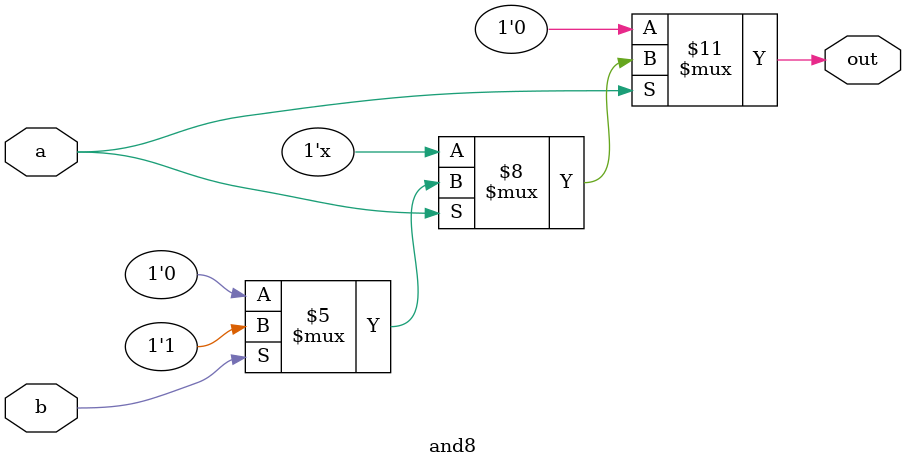
<source format=v>
module and8 (
  input a,
  input b,
  output reg out
);

    always @(*) begin
        if(a == 0)
            out = 0;
        else begin
            if(b == 0)
                out = 0;
            else
                out = 1;
        end

    end

endmodule
</source>
